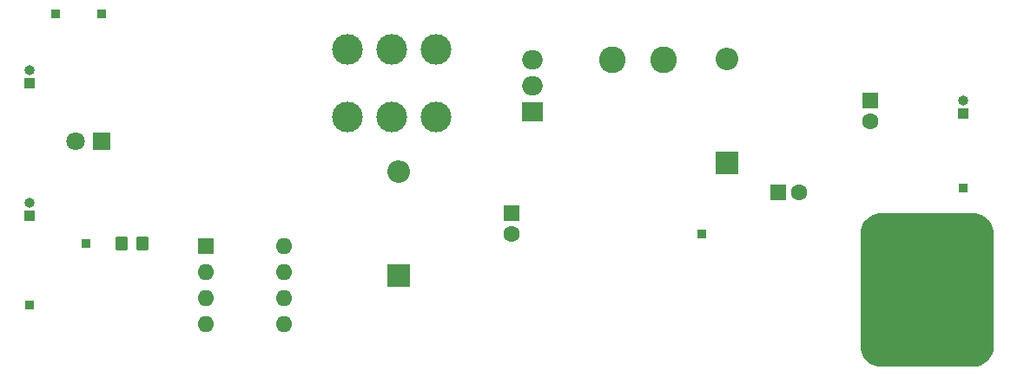
<source format=gbs>
G04 #@! TF.GenerationSoftware,KiCad,Pcbnew,7.0.10*
G04 #@! TF.CreationDate,2024-02-12T15:02:02-05:00*
G04 #@! TF.ProjectId,breakout_pcb,62726561-6b6f-4757-945f-7063622e6b69,rev?*
G04 #@! TF.SameCoordinates,Original*
G04 #@! TF.FileFunction,Soldermask,Bot*
G04 #@! TF.FilePolarity,Negative*
%FSLAX46Y46*%
G04 Gerber Fmt 4.6, Leading zero omitted, Abs format (unit mm)*
G04 Created by KiCad (PCBNEW 7.0.10) date 2024-02-12 15:02:02*
%MOMM*%
%LPD*%
G01*
G04 APERTURE LIST*
G04 Aperture macros list*
%AMRoundRect*
0 Rectangle with rounded corners*
0 $1 Rounding radius*
0 $2 $3 $4 $5 $6 $7 $8 $9 X,Y pos of 4 corners*
0 Add a 4 corners polygon primitive as box body*
4,1,4,$2,$3,$4,$5,$6,$7,$8,$9,$2,$3,0*
0 Add four circle primitives for the rounded corners*
1,1,$1+$1,$2,$3*
1,1,$1+$1,$4,$5*
1,1,$1+$1,$6,$7*
1,1,$1+$1,$8,$9*
0 Add four rect primitives between the rounded corners*
20,1,$1+$1,$2,$3,$4,$5,0*
20,1,$1+$1,$4,$5,$6,$7,0*
20,1,$1+$1,$6,$7,$8,$9,0*
20,1,$1+$1,$8,$9,$2,$3,0*%
G04 Aperture macros list end*
%ADD10R,0.850000X0.850000*%
%ADD11R,1.600000X1.600000*%
%ADD12O,1.600000X1.600000*%
%ADD13C,3.000000*%
%ADD14R,1.000000X1.000000*%
%ADD15O,1.000000X1.000000*%
%ADD16C,1.600000*%
%ADD17R,2.200000X2.200000*%
%ADD18O,2.200000X2.200000*%
%ADD19C,2.600000*%
%ADD20R,2.000000X1.905000*%
%ADD21O,2.000000X1.905000*%
%ADD22R,1.800000X1.800000*%
%ADD23C,1.800000*%
%ADD24RoundRect,0.250000X0.350000X0.450000X-0.350000X0.450000X-0.350000X-0.450000X0.350000X-0.450000X0*%
G04 APERTURE END LIST*
D10*
X190000000Y-61500000D03*
X101500000Y-44500000D03*
D11*
X116200000Y-67200000D03*
D12*
X116200000Y-69740000D03*
X116200000Y-72280000D03*
X116200000Y-74820000D03*
X123820000Y-74820000D03*
X123820000Y-72280000D03*
X123820000Y-69740000D03*
X123820000Y-67200000D03*
D13*
X138636000Y-54604000D03*
X134318000Y-54604000D03*
X138636000Y-48000000D03*
X134318000Y-48000000D03*
X130000000Y-54604000D03*
X130000000Y-48000000D03*
D14*
X190000000Y-54270000D03*
D15*
X190000000Y-53000000D03*
D10*
X106000000Y-44500000D03*
D11*
X181000000Y-53000000D03*
D16*
X181000000Y-55000000D03*
D17*
X167000000Y-59080000D03*
D18*
X167000000Y-48920000D03*
D10*
X104500000Y-67000000D03*
D14*
X99000000Y-51270000D03*
D15*
X99000000Y-50000000D03*
D19*
X160790000Y-49000000D03*
X155790000Y-49000000D03*
D20*
X148000000Y-54080000D03*
D21*
X148000000Y-51540000D03*
X148000000Y-49000000D03*
D11*
X146000000Y-64000000D03*
D16*
X146000000Y-66000000D03*
D10*
X164500000Y-66000000D03*
D17*
X135000000Y-70080000D03*
D18*
X135000000Y-59920000D03*
D10*
X99000000Y-73000000D03*
D22*
X106000000Y-57000000D03*
D23*
X103460000Y-57000000D03*
D14*
X99000000Y-64270000D03*
D15*
X99000000Y-63000000D03*
D11*
X172000000Y-62000000D03*
D16*
X174000000Y-62000000D03*
D24*
X110000000Y-67000000D03*
X108000000Y-67000000D03*
G36*
X191004418Y-64000316D02*
G01*
X191275785Y-64019724D01*
X191293297Y-64022242D01*
X191554794Y-64079127D01*
X191571770Y-64084111D01*
X191822524Y-64177638D01*
X191838617Y-64184988D01*
X192073496Y-64313241D01*
X192088380Y-64322806D01*
X192302624Y-64483188D01*
X192315994Y-64494774D01*
X192505225Y-64684005D01*
X192516811Y-64697375D01*
X192677193Y-64911619D01*
X192686758Y-64926503D01*
X192815011Y-65161382D01*
X192822361Y-65177475D01*
X192915888Y-65428229D01*
X192920872Y-65445205D01*
X192977757Y-65706702D01*
X192980275Y-65724214D01*
X192999684Y-65995581D01*
X193000000Y-66004427D01*
X193000000Y-76927477D01*
X192999980Y-76929691D01*
X192998765Y-76997739D01*
X192998607Y-77002163D01*
X192994963Y-77070135D01*
X192994825Y-77072342D01*
X192989980Y-77140090D01*
X192989585Y-77144500D01*
X192975070Y-77279507D01*
X192973811Y-77288268D01*
X192950100Y-77419694D01*
X192948218Y-77428345D01*
X192915191Y-77557741D01*
X192912697Y-77566234D01*
X192870520Y-77692952D01*
X192867427Y-77701245D01*
X192816322Y-77824624D01*
X192812645Y-77832675D01*
X192752872Y-77952087D01*
X192748630Y-77959856D01*
X192680479Y-78074719D01*
X192675693Y-78082166D01*
X192599525Y-78191868D01*
X192594220Y-78198954D01*
X192510433Y-78302927D01*
X192504637Y-78309617D01*
X192413627Y-78407368D01*
X192407368Y-78413626D01*
X192309626Y-78504628D01*
X192302936Y-78510425D01*
X192198942Y-78594229D01*
X192191856Y-78599534D01*
X192082166Y-78675693D01*
X192074719Y-78680479D01*
X191959856Y-78748630D01*
X191952087Y-78752872D01*
X191832671Y-78812647D01*
X191824620Y-78816324D01*
X191701237Y-78867431D01*
X191692943Y-78870524D01*
X191566234Y-78912697D01*
X191557740Y-78915191D01*
X191428325Y-78948221D01*
X191419676Y-78950103D01*
X191288268Y-78973811D01*
X191279507Y-78975070D01*
X191144500Y-78989585D01*
X191140090Y-78989980D01*
X191072342Y-78994825D01*
X191070135Y-78994963D01*
X191002163Y-78998607D01*
X190997739Y-78998765D01*
X190929692Y-78999980D01*
X190927478Y-79000000D01*
X182004428Y-79000000D01*
X181995582Y-78999684D01*
X181724214Y-78980275D01*
X181706702Y-78977757D01*
X181445205Y-78920872D01*
X181428229Y-78915888D01*
X181177475Y-78822361D01*
X181161382Y-78815011D01*
X180926503Y-78686758D01*
X180911619Y-78677193D01*
X180697375Y-78516811D01*
X180684005Y-78505225D01*
X180494774Y-78315994D01*
X180483188Y-78302624D01*
X180322806Y-78088380D01*
X180313241Y-78073496D01*
X180184988Y-77838617D01*
X180177638Y-77822524D01*
X180084111Y-77571770D01*
X180079127Y-77554794D01*
X180022242Y-77293297D01*
X180019724Y-77275785D01*
X180000316Y-77004418D01*
X180000000Y-76995572D01*
X180000000Y-66004427D01*
X180000316Y-65995581D01*
X180019724Y-65724214D01*
X180022242Y-65706702D01*
X180079127Y-65445205D01*
X180084111Y-65428229D01*
X180177638Y-65177475D01*
X180184988Y-65161382D01*
X180313241Y-64926503D01*
X180322806Y-64911619D01*
X180483188Y-64697375D01*
X180494774Y-64684005D01*
X180684005Y-64494774D01*
X180697375Y-64483188D01*
X180911619Y-64322806D01*
X180926503Y-64313241D01*
X181161382Y-64184988D01*
X181177475Y-64177638D01*
X181428229Y-64084111D01*
X181445205Y-64079127D01*
X181706702Y-64022242D01*
X181724214Y-64019724D01*
X181995582Y-64000316D01*
X182004428Y-64000000D01*
X190995572Y-64000000D01*
X191004418Y-64000316D01*
G37*
M02*

</source>
